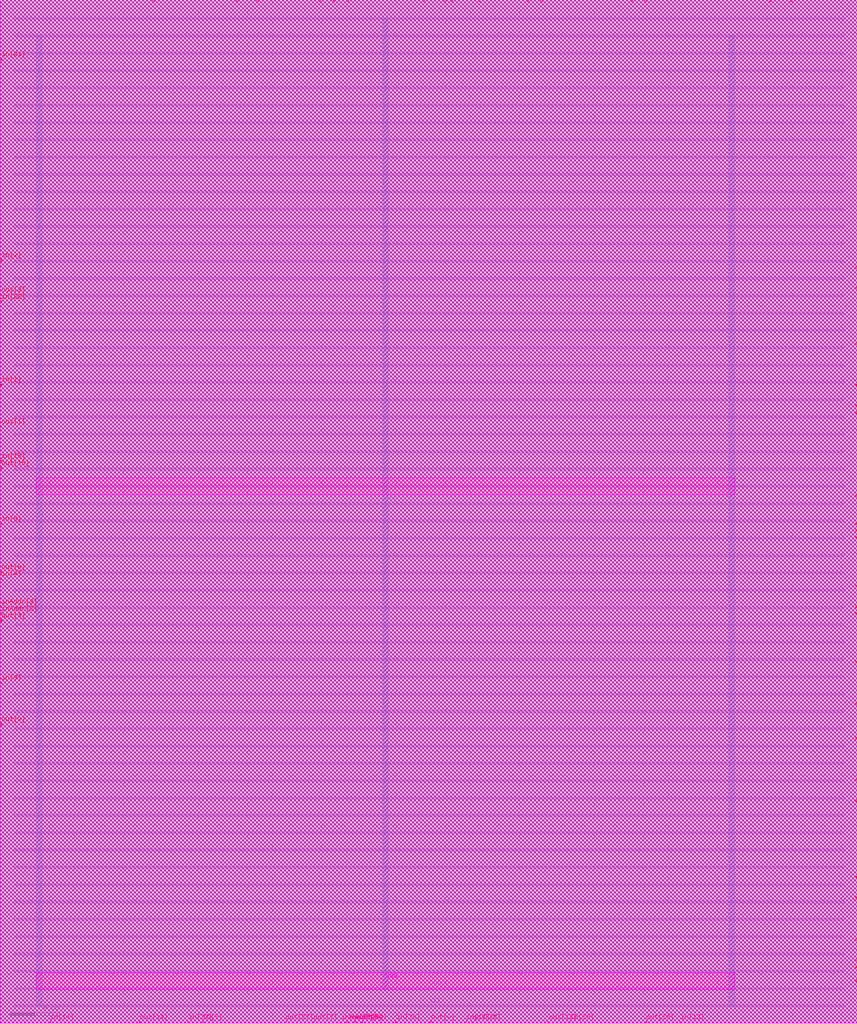
<source format=lef>
VERSION 5.8 ;
BUSBITCHARS "[]" ;
DIVIDERCHAR "/" ;
UNITS
    DATABASE MICRONS 2000 ;
END UNITS
MACRO memMod_dist_2
  FOREIGN memMod_dist_2 0 0 ;
  CLASS BLOCK ;
  SIZE 69.27 BY 82.725 ;
  PIN VSS
    USE GROUND ;
    DIRECTION INOUT ;
    PORT
      LAYER metal7 ;
        RECT  2.9 42.7 59.38 44.1 ;
        RECT  2.9 2.7 59.38 4.1 ;
      LAYER metal4 ;
        RECT  58.9 1.315 59.38 79.885 ;
        RECT  2.9 1.315 3.38 79.885 ;
      LAYER metal1 ;
        RECT  1.14 79.715 68.21 79.885 ;
        RECT  1.14 76.915 68.21 77.085 ;
        RECT  1.14 74.115 68.21 74.285 ;
        RECT  1.14 71.315 68.21 71.485 ;
        RECT  1.14 68.515 68.21 68.685 ;
        RECT  1.14 65.715 68.21 65.885 ;
        RECT  1.14 62.915 68.21 63.085 ;
        RECT  1.14 60.115 68.21 60.285 ;
        RECT  1.14 57.315 68.21 57.485 ;
        RECT  1.14 54.515 68.21 54.685 ;
        RECT  1.14 51.715 68.21 51.885 ;
        RECT  1.14 48.915 68.21 49.085 ;
        RECT  1.14 46.115 68.21 46.285 ;
        RECT  1.14 43.315 68.21 43.485 ;
        RECT  1.14 40.515 68.21 40.685 ;
        RECT  1.14 37.715 68.21 37.885 ;
        RECT  1.14 34.915 68.21 35.085 ;
        RECT  1.14 32.115 68.21 32.285 ;
        RECT  1.14 29.315 68.21 29.485 ;
        RECT  1.14 26.515 68.21 26.685 ;
        RECT  1.14 23.715 68.21 23.885 ;
        RECT  1.14 20.915 68.21 21.085 ;
        RECT  1.14 18.115 68.21 18.285 ;
        RECT  1.14 15.315 68.21 15.485 ;
        RECT  1.14 12.515 68.21 12.685 ;
        RECT  1.14 9.715 68.21 9.885 ;
        RECT  1.14 6.915 68.21 7.085 ;
        RECT  1.14 4.115 68.21 4.285 ;
        RECT  1.14 1.315 68.21 1.485 ;
      VIA 59.14 43.4 via6_7_960_2800_4_1_600_600 ;
      VIA 59.14 43.4 via5_6_960_2800_5_2_600_600 ;
      VIA 59.14 43.4 via4_5_960_2800_5_2_600_600 ;
      VIA 59.14 3.4 via6_7_960_2800_4_1_600_600 ;
      VIA 59.14 3.4 via5_6_960_2800_5_2_600_600 ;
      VIA 59.14 3.4 via4_5_960_2800_5_2_600_600 ;
      VIA 3.14 43.4 via6_7_960_2800_4_1_600_600 ;
      VIA 3.14 43.4 via5_6_960_2800_5_2_600_600 ;
      VIA 3.14 43.4 via4_5_960_2800_5_2_600_600 ;
      VIA 3.14 3.4 via6_7_960_2800_4_1_600_600 ;
      VIA 3.14 3.4 via5_6_960_2800_5_2_600_600 ;
      VIA 3.14 3.4 via4_5_960_2800_5_2_600_600 ;
      VIA 59.14 79.8 via3_4_960_340_1_3_320_320 ;
      VIA 59.14 79.8 via2_3_960_340_1_3_320_320 ;
      VIA 59.14 79.8 via1_2_960_340_1_3_300_300 ;
      VIA 59.14 77 via3_4_960_340_1_3_320_320 ;
      VIA 59.14 77 via2_3_960_340_1_3_320_320 ;
      VIA 59.14 77 via1_2_960_340_1_3_300_300 ;
      VIA 59.14 74.2 via3_4_960_340_1_3_320_320 ;
      VIA 59.14 74.2 via2_3_960_340_1_3_320_320 ;
      VIA 59.14 74.2 via1_2_960_340_1_3_300_300 ;
      VIA 59.14 71.4 via3_4_960_340_1_3_320_320 ;
      VIA 59.14 71.4 via2_3_960_340_1_3_320_320 ;
      VIA 59.14 71.4 via1_2_960_340_1_3_300_300 ;
      VIA 59.14 68.6 via3_4_960_340_1_3_320_320 ;
      VIA 59.14 68.6 via2_3_960_340_1_3_320_320 ;
      VIA 59.14 68.6 via1_2_960_340_1_3_300_300 ;
      VIA 59.14 65.8 via3_4_960_340_1_3_320_320 ;
      VIA 59.14 65.8 via2_3_960_340_1_3_320_320 ;
      VIA 59.14 65.8 via1_2_960_340_1_3_300_300 ;
      VIA 59.14 63 via3_4_960_340_1_3_320_320 ;
      VIA 59.14 63 via2_3_960_340_1_3_320_320 ;
      VIA 59.14 63 via1_2_960_340_1_3_300_300 ;
      VIA 59.14 60.2 via3_4_960_340_1_3_320_320 ;
      VIA 59.14 60.2 via2_3_960_340_1_3_320_320 ;
      VIA 59.14 60.2 via1_2_960_340_1_3_300_300 ;
      VIA 59.14 57.4 via3_4_960_340_1_3_320_320 ;
      VIA 59.14 57.4 via2_3_960_340_1_3_320_320 ;
      VIA 59.14 57.4 via1_2_960_340_1_3_300_300 ;
      VIA 59.14 54.6 via3_4_960_340_1_3_320_320 ;
      VIA 59.14 54.6 via2_3_960_340_1_3_320_320 ;
      VIA 59.14 54.6 via1_2_960_340_1_3_300_300 ;
      VIA 59.14 51.8 via3_4_960_340_1_3_320_320 ;
      VIA 59.14 51.8 via2_3_960_340_1_3_320_320 ;
      VIA 59.14 51.8 via1_2_960_340_1_3_300_300 ;
      VIA 59.14 49 via3_4_960_340_1_3_320_320 ;
      VIA 59.14 49 via2_3_960_340_1_3_320_320 ;
      VIA 59.14 49 via1_2_960_340_1_3_300_300 ;
      VIA 59.14 46.2 via3_4_960_340_1_3_320_320 ;
      VIA 59.14 46.2 via2_3_960_340_1_3_320_320 ;
      VIA 59.14 46.2 via1_2_960_340_1_3_300_300 ;
      VIA 59.14 43.4 via3_4_960_340_1_3_320_320 ;
      VIA 59.14 43.4 via2_3_960_340_1_3_320_320 ;
      VIA 59.14 43.4 via1_2_960_340_1_3_300_300 ;
      VIA 59.14 40.6 via3_4_960_340_1_3_320_320 ;
      VIA 59.14 40.6 via2_3_960_340_1_3_320_320 ;
      VIA 59.14 40.6 via1_2_960_340_1_3_300_300 ;
      VIA 59.14 37.8 via3_4_960_340_1_3_320_320 ;
      VIA 59.14 37.8 via2_3_960_340_1_3_320_320 ;
      VIA 59.14 37.8 via1_2_960_340_1_3_300_300 ;
      VIA 59.14 35 via3_4_960_340_1_3_320_320 ;
      VIA 59.14 35 via2_3_960_340_1_3_320_320 ;
      VIA 59.14 35 via1_2_960_340_1_3_300_300 ;
      VIA 59.14 32.2 via3_4_960_340_1_3_320_320 ;
      VIA 59.14 32.2 via2_3_960_340_1_3_320_320 ;
      VIA 59.14 32.2 via1_2_960_340_1_3_300_300 ;
      VIA 59.14 29.4 via3_4_960_340_1_3_320_320 ;
      VIA 59.14 29.4 via2_3_960_340_1_3_320_320 ;
      VIA 59.14 29.4 via1_2_960_340_1_3_300_300 ;
      VIA 59.14 26.6 via3_4_960_340_1_3_320_320 ;
      VIA 59.14 26.6 via2_3_960_340_1_3_320_320 ;
      VIA 59.14 26.6 via1_2_960_340_1_3_300_300 ;
      VIA 59.14 23.8 via3_4_960_340_1_3_320_320 ;
      VIA 59.14 23.8 via2_3_960_340_1_3_320_320 ;
      VIA 59.14 23.8 via1_2_960_340_1_3_300_300 ;
      VIA 59.14 21 via3_4_960_340_1_3_320_320 ;
      VIA 59.14 21 via2_3_960_340_1_3_320_320 ;
      VIA 59.14 21 via1_2_960_340_1_3_300_300 ;
      VIA 59.14 18.2 via3_4_960_340_1_3_320_320 ;
      VIA 59.14 18.2 via2_3_960_340_1_3_320_320 ;
      VIA 59.14 18.2 via1_2_960_340_1_3_300_300 ;
      VIA 59.14 15.4 via3_4_960_340_1_3_320_320 ;
      VIA 59.14 15.4 via2_3_960_340_1_3_320_320 ;
      VIA 59.14 15.4 via1_2_960_340_1_3_300_300 ;
      VIA 59.14 12.6 via3_4_960_340_1_3_320_320 ;
      VIA 59.14 12.6 via2_3_960_340_1_3_320_320 ;
      VIA 59.14 12.6 via1_2_960_340_1_3_300_300 ;
      VIA 59.14 9.8 via3_4_960_340_1_3_320_320 ;
      VIA 59.14 9.8 via2_3_960_340_1_3_320_320 ;
      VIA 59.14 9.8 via1_2_960_340_1_3_300_300 ;
      VIA 59.14 7 via3_4_960_340_1_3_320_320 ;
      VIA 59.14 7 via2_3_960_340_1_3_320_320 ;
      VIA 59.14 7 via1_2_960_340_1_3_300_300 ;
      VIA 59.14 4.2 via3_4_960_340_1_3_320_320 ;
      VIA 59.14 4.2 via2_3_960_340_1_3_320_320 ;
      VIA 59.14 4.2 via1_2_960_340_1_3_300_300 ;
      VIA 59.14 1.4 via3_4_960_340_1_3_320_320 ;
      VIA 59.14 1.4 via2_3_960_340_1_3_320_320 ;
      VIA 59.14 1.4 via1_2_960_340_1_3_300_300 ;
      VIA 3.14 79.8 via3_4_960_340_1_3_320_320 ;
      VIA 3.14 79.8 via2_3_960_340_1_3_320_320 ;
      VIA 3.14 79.8 via1_2_960_340_1_3_300_300 ;
      VIA 3.14 77 via3_4_960_340_1_3_320_320 ;
      VIA 3.14 77 via2_3_960_340_1_3_320_320 ;
      VIA 3.14 77 via1_2_960_340_1_3_300_300 ;
      VIA 3.14 74.2 via3_4_960_340_1_3_320_320 ;
      VIA 3.14 74.2 via2_3_960_340_1_3_320_320 ;
      VIA 3.14 74.2 via1_2_960_340_1_3_300_300 ;
      VIA 3.14 71.4 via3_4_960_340_1_3_320_320 ;
      VIA 3.14 71.4 via2_3_960_340_1_3_320_320 ;
      VIA 3.14 71.4 via1_2_960_340_1_3_300_300 ;
      VIA 3.14 68.6 via3_4_960_340_1_3_320_320 ;
      VIA 3.14 68.6 via2_3_960_340_1_3_320_320 ;
      VIA 3.14 68.6 via1_2_960_340_1_3_300_300 ;
      VIA 3.14 65.8 via3_4_960_340_1_3_320_320 ;
      VIA 3.14 65.8 via2_3_960_340_1_3_320_320 ;
      VIA 3.14 65.8 via1_2_960_340_1_3_300_300 ;
      VIA 3.14 63 via3_4_960_340_1_3_320_320 ;
      VIA 3.14 63 via2_3_960_340_1_3_320_320 ;
      VIA 3.14 63 via1_2_960_340_1_3_300_300 ;
      VIA 3.14 60.2 via3_4_960_340_1_3_320_320 ;
      VIA 3.14 60.2 via2_3_960_340_1_3_320_320 ;
      VIA 3.14 60.2 via1_2_960_340_1_3_300_300 ;
      VIA 3.14 57.4 via3_4_960_340_1_3_320_320 ;
      VIA 3.14 57.4 via2_3_960_340_1_3_320_320 ;
      VIA 3.14 57.4 via1_2_960_340_1_3_300_300 ;
      VIA 3.14 54.6 via3_4_960_340_1_3_320_320 ;
      VIA 3.14 54.6 via2_3_960_340_1_3_320_320 ;
      VIA 3.14 54.6 via1_2_960_340_1_3_300_300 ;
      VIA 3.14 51.8 via3_4_960_340_1_3_320_320 ;
      VIA 3.14 51.8 via2_3_960_340_1_3_320_320 ;
      VIA 3.14 51.8 via1_2_960_340_1_3_300_300 ;
      VIA 3.14 49 via3_4_960_340_1_3_320_320 ;
      VIA 3.14 49 via2_3_960_340_1_3_320_320 ;
      VIA 3.14 49 via1_2_960_340_1_3_300_300 ;
      VIA 3.14 46.2 via3_4_960_340_1_3_320_320 ;
      VIA 3.14 46.2 via2_3_960_340_1_3_320_320 ;
      VIA 3.14 46.2 via1_2_960_340_1_3_300_300 ;
      VIA 3.14 43.4 via3_4_960_340_1_3_320_320 ;
      VIA 3.14 43.4 via2_3_960_340_1_3_320_320 ;
      VIA 3.14 43.4 via1_2_960_340_1_3_300_300 ;
      VIA 3.14 40.6 via3_4_960_340_1_3_320_320 ;
      VIA 3.14 40.6 via2_3_960_340_1_3_320_320 ;
      VIA 3.14 40.6 via1_2_960_340_1_3_300_300 ;
      VIA 3.14 37.8 via3_4_960_340_1_3_320_320 ;
      VIA 3.14 37.8 via2_3_960_340_1_3_320_320 ;
      VIA 3.14 37.8 via1_2_960_340_1_3_300_300 ;
      VIA 3.14 35 via3_4_960_340_1_3_320_320 ;
      VIA 3.14 35 via2_3_960_340_1_3_320_320 ;
      VIA 3.14 35 via1_2_960_340_1_3_300_300 ;
      VIA 3.14 32.2 via3_4_960_340_1_3_320_320 ;
      VIA 3.14 32.2 via2_3_960_340_1_3_320_320 ;
      VIA 3.14 32.2 via1_2_960_340_1_3_300_300 ;
      VIA 3.14 29.4 via3_4_960_340_1_3_320_320 ;
      VIA 3.14 29.4 via2_3_960_340_1_3_320_320 ;
      VIA 3.14 29.4 via1_2_960_340_1_3_300_300 ;
      VIA 3.14 26.6 via3_4_960_340_1_3_320_320 ;
      VIA 3.14 26.6 via2_3_960_340_1_3_320_320 ;
      VIA 3.14 26.6 via1_2_960_340_1_3_300_300 ;
      VIA 3.14 23.8 via3_4_960_340_1_3_320_320 ;
      VIA 3.14 23.8 via2_3_960_340_1_3_320_320 ;
      VIA 3.14 23.8 via1_2_960_340_1_3_300_300 ;
      VIA 3.14 21 via3_4_960_340_1_3_320_320 ;
      VIA 3.14 21 via2_3_960_340_1_3_320_320 ;
      VIA 3.14 21 via1_2_960_340_1_3_300_300 ;
      VIA 3.14 18.2 via3_4_960_340_1_3_320_320 ;
      VIA 3.14 18.2 via2_3_960_340_1_3_320_320 ;
      VIA 3.14 18.2 via1_2_960_340_1_3_300_300 ;
      VIA 3.14 15.4 via3_4_960_340_1_3_320_320 ;
      VIA 3.14 15.4 via2_3_960_340_1_3_320_320 ;
      VIA 3.14 15.4 via1_2_960_340_1_3_300_300 ;
      VIA 3.14 12.6 via3_4_960_340_1_3_320_320 ;
      VIA 3.14 12.6 via2_3_960_340_1_3_320_320 ;
      VIA 3.14 12.6 via1_2_960_340_1_3_300_300 ;
      VIA 3.14 9.8 via3_4_960_340_1_3_320_320 ;
      VIA 3.14 9.8 via2_3_960_340_1_3_320_320 ;
      VIA 3.14 9.8 via1_2_960_340_1_3_300_300 ;
      VIA 3.14 7 via3_4_960_340_1_3_320_320 ;
      VIA 3.14 7 via2_3_960_340_1_3_320_320 ;
      VIA 3.14 7 via1_2_960_340_1_3_300_300 ;
      VIA 3.14 4.2 via3_4_960_340_1_3_320_320 ;
      VIA 3.14 4.2 via2_3_960_340_1_3_320_320 ;
      VIA 3.14 4.2 via1_2_960_340_1_3_300_300 ;
      VIA 3.14 1.4 via3_4_960_340_1_3_320_320 ;
      VIA 3.14 1.4 via2_3_960_340_1_3_320_320 ;
      VIA 3.14 1.4 via1_2_960_340_1_3_300_300 ;
    END
  END VSS
  PIN VDD
    USE POWER ;
    DIRECTION INOUT ;
    PORT
      LAYER metal4 ;
        RECT  30.9 2.715 31.38 81.285 ;
      LAYER metal1 ;
        RECT  1.14 81.115 68.21 81.285 ;
        RECT  1.14 78.315 68.21 78.485 ;
        RECT  1.14 75.515 68.21 75.685 ;
        RECT  1.14 72.715 68.21 72.885 ;
        RECT  1.14 69.915 68.21 70.085 ;
        RECT  1.14 67.115 68.21 67.285 ;
        RECT  1.14 64.315 68.21 64.485 ;
        RECT  1.14 61.515 68.21 61.685 ;
        RECT  1.14 58.715 68.21 58.885 ;
        RECT  1.14 55.915 68.21 56.085 ;
        RECT  1.14 53.115 68.21 53.285 ;
        RECT  1.14 50.315 68.21 50.485 ;
        RECT  1.14 47.515 68.21 47.685 ;
        RECT  1.14 44.715 68.21 44.885 ;
        RECT  1.14 41.915 68.21 42.085 ;
        RECT  1.14 39.115 68.21 39.285 ;
        RECT  1.14 36.315 68.21 36.485 ;
        RECT  1.14 33.515 68.21 33.685 ;
        RECT  1.14 30.715 68.21 30.885 ;
        RECT  1.14 27.915 68.21 28.085 ;
        RECT  1.14 25.115 68.21 25.285 ;
        RECT  1.14 22.315 68.21 22.485 ;
        RECT  1.14 19.515 68.21 19.685 ;
        RECT  1.14 16.715 68.21 16.885 ;
        RECT  1.14 13.915 68.21 14.085 ;
        RECT  1.14 11.115 68.21 11.285 ;
        RECT  1.14 8.315 68.21 8.485 ;
        RECT  1.14 5.515 68.21 5.685 ;
        RECT  1.14 2.715 68.21 2.885 ;
      VIA 31.14 81.2 via3_4_960_340_1_3_320_320 ;
      VIA 31.14 81.2 via2_3_960_340_1_3_320_320 ;
      VIA 31.14 81.2 via1_2_960_340_1_3_300_300 ;
      VIA 31.14 78.4 via3_4_960_340_1_3_320_320 ;
      VIA 31.14 78.4 via2_3_960_340_1_3_320_320 ;
      VIA 31.14 78.4 via1_2_960_340_1_3_300_300 ;
      VIA 31.14 75.6 via3_4_960_340_1_3_320_320 ;
      VIA 31.14 75.6 via2_3_960_340_1_3_320_320 ;
      VIA 31.14 75.6 via1_2_960_340_1_3_300_300 ;
      VIA 31.14 72.8 via3_4_960_340_1_3_320_320 ;
      VIA 31.14 72.8 via2_3_960_340_1_3_320_320 ;
      VIA 31.14 72.8 via1_2_960_340_1_3_300_300 ;
      VIA 31.14 70 via3_4_960_340_1_3_320_320 ;
      VIA 31.14 70 via2_3_960_340_1_3_320_320 ;
      VIA 31.14 70 via1_2_960_340_1_3_300_300 ;
      VIA 31.14 67.2 via3_4_960_340_1_3_320_320 ;
      VIA 31.14 67.2 via2_3_960_340_1_3_320_320 ;
      VIA 31.14 67.2 via1_2_960_340_1_3_300_300 ;
      VIA 31.14 64.4 via3_4_960_340_1_3_320_320 ;
      VIA 31.14 64.4 via2_3_960_340_1_3_320_320 ;
      VIA 31.14 64.4 via1_2_960_340_1_3_300_300 ;
      VIA 31.14 61.6 via3_4_960_340_1_3_320_320 ;
      VIA 31.14 61.6 via2_3_960_340_1_3_320_320 ;
      VIA 31.14 61.6 via1_2_960_340_1_3_300_300 ;
      VIA 31.14 58.8 via3_4_960_340_1_3_320_320 ;
      VIA 31.14 58.8 via2_3_960_340_1_3_320_320 ;
      VIA 31.14 58.8 via1_2_960_340_1_3_300_300 ;
      VIA 31.14 56 via3_4_960_340_1_3_320_320 ;
      VIA 31.14 56 via2_3_960_340_1_3_320_320 ;
      VIA 31.14 56 via1_2_960_340_1_3_300_300 ;
      VIA 31.14 53.2 via3_4_960_340_1_3_320_320 ;
      VIA 31.14 53.2 via2_3_960_340_1_3_320_320 ;
      VIA 31.14 53.2 via1_2_960_340_1_3_300_300 ;
      VIA 31.14 50.4 via3_4_960_340_1_3_320_320 ;
      VIA 31.14 50.4 via2_3_960_340_1_3_320_320 ;
      VIA 31.14 50.4 via1_2_960_340_1_3_300_300 ;
      VIA 31.14 47.6 via3_4_960_340_1_3_320_320 ;
      VIA 31.14 47.6 via2_3_960_340_1_3_320_320 ;
      VIA 31.14 47.6 via1_2_960_340_1_3_300_300 ;
      VIA 31.14 44.8 via3_4_960_340_1_3_320_320 ;
      VIA 31.14 44.8 via2_3_960_340_1_3_320_320 ;
      VIA 31.14 44.8 via1_2_960_340_1_3_300_300 ;
      VIA 31.14 42 via3_4_960_340_1_3_320_320 ;
      VIA 31.14 42 via2_3_960_340_1_3_320_320 ;
      VIA 31.14 42 via1_2_960_340_1_3_300_300 ;
      VIA 31.14 39.2 via3_4_960_340_1_3_320_320 ;
      VIA 31.14 39.2 via2_3_960_340_1_3_320_320 ;
      VIA 31.14 39.2 via1_2_960_340_1_3_300_300 ;
      VIA 31.14 36.4 via3_4_960_340_1_3_320_320 ;
      VIA 31.14 36.4 via2_3_960_340_1_3_320_320 ;
      VIA 31.14 36.4 via1_2_960_340_1_3_300_300 ;
      VIA 31.14 33.6 via3_4_960_340_1_3_320_320 ;
      VIA 31.14 33.6 via2_3_960_340_1_3_320_320 ;
      VIA 31.14 33.6 via1_2_960_340_1_3_300_300 ;
      VIA 31.14 30.8 via3_4_960_340_1_3_320_320 ;
      VIA 31.14 30.8 via2_3_960_340_1_3_320_320 ;
      VIA 31.14 30.8 via1_2_960_340_1_3_300_300 ;
      VIA 31.14 28 via3_4_960_340_1_3_320_320 ;
      VIA 31.14 28 via2_3_960_340_1_3_320_320 ;
      VIA 31.14 28 via1_2_960_340_1_3_300_300 ;
      VIA 31.14 25.2 via3_4_960_340_1_3_320_320 ;
      VIA 31.14 25.2 via2_3_960_340_1_3_320_320 ;
      VIA 31.14 25.2 via1_2_960_340_1_3_300_300 ;
      VIA 31.14 22.4 via3_4_960_340_1_3_320_320 ;
      VIA 31.14 22.4 via2_3_960_340_1_3_320_320 ;
      VIA 31.14 22.4 via1_2_960_340_1_3_300_300 ;
      VIA 31.14 19.6 via3_4_960_340_1_3_320_320 ;
      VIA 31.14 19.6 via2_3_960_340_1_3_320_320 ;
      VIA 31.14 19.6 via1_2_960_340_1_3_300_300 ;
      VIA 31.14 16.8 via3_4_960_340_1_3_320_320 ;
      VIA 31.14 16.8 via2_3_960_340_1_3_320_320 ;
      VIA 31.14 16.8 via1_2_960_340_1_3_300_300 ;
      VIA 31.14 14 via3_4_960_340_1_3_320_320 ;
      VIA 31.14 14 via2_3_960_340_1_3_320_320 ;
      VIA 31.14 14 via1_2_960_340_1_3_300_300 ;
      VIA 31.14 11.2 via3_4_960_340_1_3_320_320 ;
      VIA 31.14 11.2 via2_3_960_340_1_3_320_320 ;
      VIA 31.14 11.2 via1_2_960_340_1_3_300_300 ;
      VIA 31.14 8.4 via3_4_960_340_1_3_320_320 ;
      VIA 31.14 8.4 via2_3_960_340_1_3_320_320 ;
      VIA 31.14 8.4 via1_2_960_340_1_3_300_300 ;
      VIA 31.14 5.6 via3_4_960_340_1_3_320_320 ;
      VIA 31.14 5.6 via2_3_960_340_1_3_320_320 ;
      VIA 31.14 5.6 via1_2_960_340_1_3_300_300 ;
      VIA 31.14 2.8 via3_4_960_340_1_3_320_320 ;
      VIA 31.14 2.8 via2_3_960_340_1_3_320_320 ;
      VIA 31.14 2.8 via1_2_960_340_1_3_300_300 ;
    END
  END VDD
  PIN clk
    DIRECTION INPUT ;
    USE SIGNAL ;
    PORT
      LAYER metal5 ;
        RECT  69.13 3.36 69.27 3.5 ;
    END
  END clk
  PIN inAddr[0]
    DIRECTION INPUT ;
    USE SIGNAL ;
    PORT
      LAYER metal6 ;
        RECT  28.025 0 28.165 0.14 ;
    END
  END inAddr[0]
  PIN inAddr[1]
    DIRECTION INPUT ;
    USE SIGNAL ;
    PORT
      LAYER metal6 ;
        RECT  27.465 0 27.605 0.14 ;
    END
  END inAddr[1]
  PIN inAddr[2]
    DIRECTION INPUT ;
    USE SIGNAL ;
    PORT
      LAYER metal5 ;
        RECT  0 33.6 0.14 33.74 ;
    END
  END inAddr[2]
  PIN inAddr[3]
    DIRECTION INPUT ;
    USE SIGNAL ;
    PORT
      LAYER metal5 ;
        RECT  0 33.04 0.14 33.18 ;
    END
  END inAddr[3]
  PIN in[0]
    DIRECTION INPUT ;
    USE SIGNAL ;
    PORT
      LAYER metal6 ;
        RECT  29.145 0 29.285 0.14 ;
    END
  END in[0]
  PIN in[10]
    DIRECTION INPUT ;
    USE SIGNAL ;
    PORT
      LAYER metal5 ;
        RECT  69.13 17.92 69.27 18.06 ;
    END
  END in[10]
  PIN in[11]
    DIRECTION INPUT ;
    USE SIGNAL ;
    PORT
      LAYER metal6 ;
        RECT  34.185 82.585 34.325 82.725 ;
    END
  END in[11]
  PIN in[12]
    DIRECTION INPUT ;
    USE SIGNAL ;
    PORT
      LAYER metal5 ;
        RECT  69.13 59.36 69.27 59.5 ;
    END
  END in[12]
  PIN in[13]
    DIRECTION INPUT ;
    USE SIGNAL ;
    PORT
      LAYER metal6 ;
        RECT  54.905 0 55.045 0.14 ;
    END
  END in[13]
  PIN in[14]
    DIRECTION INPUT ;
    USE SIGNAL ;
    PORT
      LAYER metal6 ;
        RECT  3.945 0 4.085 0.14 ;
    END
  END in[14]
  PIN in[15]
    DIRECTION INPUT ;
    USE SIGNAL ;
    PORT
      LAYER metal5 ;
        RECT  0 45.36 0.14 45.5 ;
    END
  END in[15]
  PIN in[16]
    DIRECTION INPUT ;
    USE SIGNAL ;
    PORT
      LAYER metal5 ;
        RECT  69.13 35.28 69.27 35.42 ;
    END
  END in[16]
  PIN in[17]
    DIRECTION INPUT ;
    USE SIGNAL ;
    PORT
      LAYER metal6 ;
        RECT  37.545 0 37.685 0.14 ;
    END
  END in[17]
  PIN in[18]
    DIRECTION INPUT ;
    USE SIGNAL ;
    PORT
      LAYER metal5 ;
        RECT  69.13 33.6 69.27 33.74 ;
    END
  END in[18]
  PIN in[19]
    DIRECTION INPUT ;
    USE SIGNAL ;
    PORT
      LAYER metal5 ;
        RECT  69.13 49.28 69.27 49.42 ;
    END
  END in[19]
  PIN in[1]
    DIRECTION INPUT ;
    USE SIGNAL ;
    PORT
      LAYER metal5 ;
        RECT  0 51.52 0.14 51.66 ;
    END
  END in[1]
  PIN in[20]
    DIRECTION INPUT ;
    USE SIGNAL ;
    PORT
      LAYER metal6 ;
        RECT  31.945 0 32.085 0.14 ;
    END
  END in[20]
  PIN in[21]
    DIRECTION INPUT ;
    USE SIGNAL ;
    PORT
      LAYER metal5 ;
        RECT  0 77.84 0.14 77.98 ;
    END
  END in[21]
  PIN in[22]
    DIRECTION INPUT ;
    USE SIGNAL ;
    PORT
      LAYER metal5 ;
        RECT  0 58.24 0.14 58.38 ;
    END
  END in[22]
  PIN in[23]
    DIRECTION INPUT ;
    USE SIGNAL ;
    PORT
      LAYER metal6 ;
        RECT  19.065 82.585 19.205 82.725 ;
    END
  END in[23]
  PIN in[24]
    DIRECTION INPUT ;
    USE SIGNAL ;
    PORT
      LAYER metal6 ;
        RECT  50.985 82.585 51.125 82.725 ;
    END
  END in[24]
  PIN in[25]
    DIRECTION INPUT ;
    USE SIGNAL ;
    PORT
      LAYER metal5 ;
        RECT  69.13 29.12 69.27 29.26 ;
    END
  END in[25]
  PIN in[26]
    DIRECTION INPUT ;
    USE SIGNAL ;
    PORT
      LAYER metal5 ;
        RECT  69.13 49.84 69.27 49.98 ;
    END
  END in[26]
  PIN in[27]
    DIRECTION INPUT ;
    USE SIGNAL ;
    PORT
      LAYER metal6 ;
        RECT  15.145 0 15.285 0.14 ;
    END
  END in[27]
  PIN in[28]
    DIRECTION INPUT ;
    USE SIGNAL ;
    PORT
      LAYER metal6 ;
        RECT  63.865 82.585 64.005 82.725 ;
    END
  END in[28]
  PIN in[29]
    DIRECTION INPUT ;
    USE SIGNAL ;
    PORT
      LAYER metal6 ;
        RECT  42.585 82.585 42.725 82.725 ;
    END
  END in[29]
  PIN in[2]
    DIRECTION INPUT ;
    USE SIGNAL ;
    PORT
      LAYER metal5 ;
        RECT  0 61.6 0.14 61.74 ;
    END
  END in[2]
  PIN in[30]
    DIRECTION INPUT ;
    USE SIGNAL ;
    PORT
      LAYER metal6 ;
        RECT  45.945 0 46.085 0.14 ;
    END
  END in[30]
  PIN in[31]
    DIRECTION INPUT ;
    USE SIGNAL ;
    PORT
      LAYER metal5 ;
        RECT  69.13 19.6 69.27 19.74 ;
    END
  END in[31]
  PIN in[3]
    DIRECTION INPUT ;
    USE SIGNAL ;
    PORT
      LAYER metal5 ;
        RECT  69.13 39.2 69.27 39.34 ;
    END
  END in[3]
  PIN in[4]
    DIRECTION INPUT ;
    USE SIGNAL ;
    PORT
      LAYER metal5 ;
        RECT  0 35.84 0.14 35.98 ;
    END
  END in[4]
  PIN in[5]
    DIRECTION INPUT ;
    USE SIGNAL ;
    PORT
      LAYER metal6 ;
        RECT  26.905 82.585 27.045 82.725 ;
    END
  END in[5]
  PIN in[6]
    DIRECTION INPUT ;
    USE SIGNAL ;
    PORT
      LAYER metal6 ;
        RECT  38.665 82.585 38.805 82.725 ;
    END
  END in[6]
  PIN in[7]
    DIRECTION INPUT ;
    USE SIGNAL ;
    PORT
      LAYER metal6 ;
        RECT  16.265 0 16.405 0.14 ;
    END
  END in[7]
  PIN in[8]
    DIRECTION INPUT ;
    USE SIGNAL ;
    PORT
      LAYER metal5 ;
        RECT  0 40.32 0.14 40.46 ;
    END
  END in[8]
  PIN in[9]
    DIRECTION INPUT ;
    USE SIGNAL ;
    PORT
      LAYER metal5 ;
        RECT  0 27.44 0.14 27.58 ;
    END
  END in[9]
  PIN outAddr[0]
    DIRECTION INPUT ;
    USE SIGNAL ;
    PORT
      LAYER metal5 ;
        RECT  69.13 4.48 69.27 4.62 ;
    END
  END outAddr[0]
  PIN outAddr[1]
    DIRECTION INPUT ;
    USE SIGNAL ;
    PORT
      LAYER metal5 ;
        RECT  69.13 5.04 69.27 5.18 ;
    END
  END outAddr[1]
  PIN outAddr[2]
    DIRECTION INPUT ;
    USE SIGNAL ;
    PORT
      LAYER metal5 ;
        RECT  69.13 6.72 69.27 6.86 ;
    END
  END outAddr[2]
  PIN outAddr[3]
    DIRECTION INPUT ;
    USE SIGNAL ;
    PORT
      LAYER metal5 ;
        RECT  69.13 11.76 69.27 11.9 ;
    END
  END outAddr[3]
  PIN out[0]
    DIRECTION OUTPUT ;
    USE SIGNAL ;
    PORT
      LAYER metal6 ;
        RECT  34.745 0 34.885 0.14 ;
    END
  END out[0]
  PIN out[10]
    DIRECTION OUTPUT ;
    USE SIGNAL ;
    PORT
      LAYER metal5 ;
        RECT  69.13 22.96 69.27 23.1 ;
    END
  END out[10]
  PIN out[11]
    DIRECTION OUTPUT ;
    USE SIGNAL ;
    PORT
      LAYER metal6 ;
        RECT  35.865 82.585 36.005 82.725 ;
    END
  END out[11]
  PIN out[12]
    DIRECTION OUTPUT ;
    USE SIGNAL ;
    PORT
      LAYER metal5 ;
        RECT  69.13 61.04 69.27 61.18 ;
    END
  END out[12]
  PIN out[13]
    DIRECTION OUTPUT ;
    USE SIGNAL ;
    PORT
      LAYER metal5 ;
        RECT  69.13 10.08 69.27 10.22 ;
    END
  END out[13]
  PIN out[14]
    DIRECTION OUTPUT ;
    USE SIGNAL ;
    PORT
      LAYER metal6 ;
        RECT  11.225 0 11.365 0.14 ;
    END
  END out[14]
  PIN out[15]
    DIRECTION OUTPUT ;
    USE SIGNAL ;
    PORT
      LAYER metal5 ;
        RECT  0 44.8 0.14 44.94 ;
    END
  END out[15]
  PIN out[16]
    DIRECTION OUTPUT ;
    USE SIGNAL ;
    PORT
      LAYER metal5 ;
        RECT  69.13 40.32 69.27 40.46 ;
    END
  END out[16]
  PIN out[17]
    DIRECTION OUTPUT ;
    USE SIGNAL ;
    PORT
      LAYER metal6 ;
        RECT  44.265 0 44.405 0.14 ;
    END
  END out[17]
  PIN out[18]
    DIRECTION OUTPUT ;
    USE SIGNAL ;
    PORT
      LAYER metal5 ;
        RECT  69.13 39.76 69.27 39.9 ;
    END
  END out[18]
  PIN out[19]
    DIRECTION OUTPUT ;
    USE SIGNAL ;
    PORT
      LAYER metal5 ;
        RECT  69.13 51.52 69.27 51.66 ;
    END
  END out[19]
  PIN out[1]
    DIRECTION OUTPUT ;
    USE SIGNAL ;
    PORT
      LAYER metal5 ;
        RECT  0 48.16 0.14 48.3 ;
    END
  END out[1]
  PIN out[20]
    DIRECTION OUTPUT ;
    USE SIGNAL ;
    PORT
      LAYER metal6 ;
        RECT  38.105 0 38.245 0.14 ;
    END
  END out[20]
  PIN out[21]
    DIRECTION OUTPUT ;
    USE SIGNAL ;
    PORT
      LAYER metal6 ;
        RECT  12.345 82.585 12.485 82.725 ;
    END
  END out[21]
  PIN out[22]
    DIRECTION OUTPUT ;
    USE SIGNAL ;
    PORT
      LAYER metal6 ;
        RECT  25.785 82.585 25.925 82.725 ;
    END
  END out[22]
  PIN out[23]
    DIRECTION OUTPUT ;
    USE SIGNAL ;
    PORT
      LAYER metal6 ;
        RECT  20.745 82.585 20.885 82.725 ;
    END
  END out[23]
  PIN out[24]
    DIRECTION OUTPUT ;
    USE SIGNAL ;
    PORT
      LAYER metal6 ;
        RECT  52.105 82.585 52.245 82.725 ;
    END
  END out[24]
  PIN out[25]
    DIRECTION OUTPUT ;
    USE SIGNAL ;
    PORT
      LAYER metal5 ;
        RECT  69.13 33.04 69.27 33.18 ;
    END
  END out[25]
  PIN out[26]
    DIRECTION OUTPUT ;
    USE SIGNAL ;
    PORT
      LAYER metal5 ;
        RECT  69.13 54.88 69.27 55.02 ;
    END
  END out[26]
  PIN out[27]
    DIRECTION OUTPUT ;
    USE SIGNAL ;
    PORT
      LAYER metal6 ;
        RECT  22.985 0 23.125 0.14 ;
    END
  END out[27]
  PIN out[28]
    DIRECTION OUTPUT ;
    USE SIGNAL ;
    PORT
      LAYER metal6 ;
        RECT  62.185 82.585 62.325 82.725 ;
    END
  END out[28]
  PIN out[29]
    DIRECTION OUTPUT ;
    USE SIGNAL ;
    PORT
      LAYER metal6 ;
        RECT  43.705 82.585 43.845 82.725 ;
    END
  END out[29]
  PIN out[2]
    DIRECTION OUTPUT ;
    USE SIGNAL ;
    PORT
      LAYER metal5 ;
        RECT  0 58.8 0.14 58.94 ;
    END
  END out[2]
  PIN out[30]
    DIRECTION OUTPUT ;
    USE SIGNAL ;
    PORT
      LAYER metal6 ;
        RECT  52.105 0 52.245 0.14 ;
    END
  END out[30]
  PIN out[31]
    DIRECTION OUTPUT ;
    USE SIGNAL ;
    PORT
      LAYER metal5 ;
        RECT  69.13 25.76 69.27 25.9 ;
    END
  END out[31]
  PIN out[3]
    DIRECTION OUTPUT ;
    USE SIGNAL ;
    PORT
      LAYER metal5 ;
        RECT  69.13 42.56 69.27 42.7 ;
    END
  END out[3]
  PIN out[4]
    DIRECTION OUTPUT ;
    USE SIGNAL ;
    PORT
      LAYER metal5 ;
        RECT  0 32.48 0.14 32.62 ;
    END
  END out[4]
  PIN out[5]
    DIRECTION OUTPUT ;
    USE SIGNAL ;
    PORT
      LAYER metal6 ;
        RECT  28.025 82.585 28.165 82.725 ;
    END
  END out[5]
  PIN out[6]
    DIRECTION OUTPUT ;
    USE SIGNAL ;
    PORT
      LAYER metal6 ;
        RECT  36.425 82.585 36.565 82.725 ;
    END
  END out[6]
  PIN out[7]
    DIRECTION OUTPUT ;
    USE SIGNAL ;
    PORT
      LAYER metal6 ;
        RECT  25.225 0 25.365 0.14 ;
    END
  END out[7]
  PIN out[8]
    DIRECTION OUTPUT ;
    USE SIGNAL ;
    PORT
      LAYER metal5 ;
        RECT  0 36.4 0.14 36.54 ;
    END
  END out[8]
  PIN out[9]
    DIRECTION OUTPUT ;
    USE SIGNAL ;
    PORT
      LAYER metal5 ;
        RECT  0 24.08 0.14 24.22 ;
    END
  END out[9]
  PIN writeSel
    DIRECTION INPUT ;
    USE SIGNAL ;
    PORT
      LAYER metal6 ;
        RECT  28.585 0 28.725 0.14 ;
    END
  END writeSel
  OBS
    LAYER metal1 ;
     RECT  0 0 69.27 82.725 ;
    LAYER metal2 ;
     RECT  0 0 69.27 82.725 ;
    LAYER metal3 ;
     RECT  0 0 69.27 82.725 ;
    LAYER metal4 ;
     RECT  0 0 69.27 82.725 ;
    LAYER metal5 ;
     RECT  0 0 69.27 82.725 ;
    LAYER metal6 ;
     RECT  0 0 69.27 82.725 ;
    LAYER metal7 ;
     RECT  0 0 69.27 82.725 ;
  END
END memMod_dist_2
END LIBRARY

</source>
